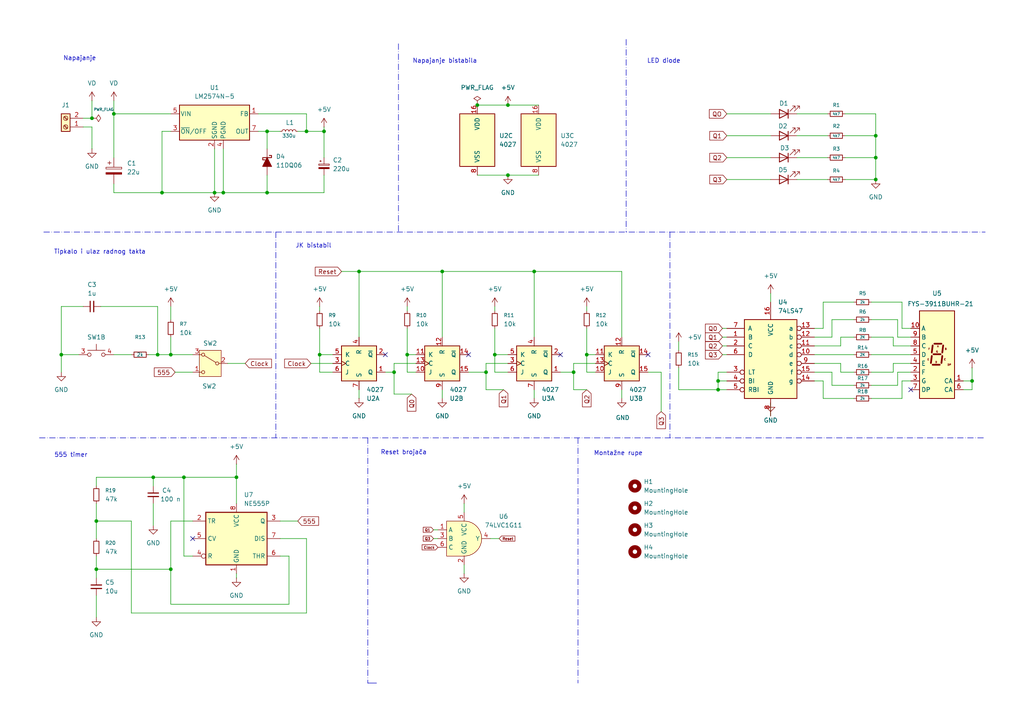
<source format=kicad_sch>
(kicad_sch (version 20250114) (generator "eeschema") (generator_version "9.0")
  (paper "A4")
  (title_block (title "BCD brojač") (rev "0") (company "TVZ - Tehničko veleučilište u Zagrebu") (comment 1 "izradio: Ivan Brajković"))
  (text "Montažne rupe" (at 179.324 131.572 0) (effects (font (size 1.27 1.27))))
  (text "Tipkalo i ulaz radnog takta" (at 28.956 73.152 0) (effects (font (size 1.27 1.27))))
  (text "Napajanje bistabila" (at 129.032 17.78 0) (effects (font (size 1.27 1.27))))
  (text "LED diode" (at 192.532 17.78 0) (effects (font (size 1.27 1.27))))
  (text "Reset brojača" (at 117.094 131.318 0) (effects (font (size 1.27 1.27))))
  (text "JK bistabil" (at 90.932 71.374 0) (effects (font (size 1.27 1.27))))
  (text "Napajanje" (at 23.114 17.018 0) (effects (font (size 1.27 1.27))))
  (text "555 timer" (at 20.574 132.08 0) (effects (font (size 1.27 1.27))))
  (junction (at 33.02 33.02))
  (junction (at 49.53 102.87))
  (junction (at 140.97 107.95))
  (junction (at 147.32 30.48))
  (junction (at 254 52.07))
  (junction (at 281.94 110.49))
  (junction (at 53.34 138.43))
  (junction (at 88.9 38.1))
  (junction (at 208.28 110.49))
  (junction (at 27.94 151.13))
  (junction (at 93.98 38.1))
  (junction (at 77.47 55.88))
  (junction (at 208.28 113.03))
  (junction (at 46.99 55.88))
  (junction (at 254 39.37))
  (junction (at 44.45 138.43))
  (junction (at 138.43 30.48))
  (junction (at 62.23 55.88))
  (junction (at 143.51 102.87))
  (junction (at 92.71 102.87))
  (junction (at 104.14 78.74))
  (junction (at 17.78 102.87))
  (junction (at 128.27 78.74))
  (junction (at 166.37 107.95))
  (junction (at 64.77 55.88))
  (junction (at 26.67 34.29))
  (junction (at 170.18 102.87))
  (junction (at 45.72 102.87))
  (junction (at 114.3 107.95))
  (junction (at 154.94 78.74))
  (junction (at 68.58 138.43))
  (junction (at 77.47 38.1))
  (junction (at 27.94 165.1))
  (junction (at 118.11 102.87))
  (junction (at 147.32 50.8))
  (junction (at 49.53 165.1))
  (junction (at 254 45.72))
  (no_connect (at 187.96 102.87))
  (no_connect (at 135.89 102.87))
  (no_connect (at 264.16 113.03))
  (no_connect (at 111.76 102.87))
  (no_connect (at 55.88 156.21))
  (no_connect (at 162.56 102.87))
  (wire (pts (xy 53.34 138.43) (xy 68.58 138.43)))
  (wire (pts (xy 49.53 97.79) (xy 49.53 102.87)))
  (wire (pts (xy 252.73 115.57) (xy 261.62 115.57)))
  (wire (pts (xy 236.22 97.79) (xy 241.3 97.79)))
  (wire (pts (xy 147.32 30.48) (xy 156.21 30.48)))
  (wire (pts (xy 118.11 102.87) (xy 120.65 102.87)))
  (wire (pts (xy 279.4 110.49) (xy 281.94 110.49)))
  (wire (pts (xy 166.37 105.41) (xy 166.37 107.95)))
  (wire (pts (xy 45.72 102.87) (xy 49.53 102.87)))
  (wire (pts (xy 74.93 38.1) (xy 77.47 38.1)))
  (wire (pts (xy 154.94 78.74) (xy 180.34 78.74)))
  (wire (pts (xy 170.18 102.87) (xy 170.18 107.95)))
  (wire (pts (xy 68.58 134.62) (xy 68.58 138.43)))
  (wire (pts (xy 33.02 102.87) (xy 38.1 102.87)))
  (wire (pts (xy 24.13 88.9) (xy 17.78 88.9)))
  (wire (pts (xy 27.94 140.97) (xy 27.94 138.43)))
  (wire (pts (xy 261.62 110.49) (xy 264.16 110.49)))
  (wire (pts (xy 223.52 120.65) (xy 223.52 116.84)))
  (wire (pts (xy 64.77 55.88) (xy 62.23 55.88)))
  (wire (pts (xy 238.76 87.63) (xy 247.65 87.63)))
  (wire (pts (xy 147.32 107.95) (xy 143.51 107.95)))
  (wire (pts (xy 88.9 177.8) (xy 38.1 177.8)))
  (wire (pts (xy 66.04 105.41) (xy 71.12 105.41)))
  (wire (pts (xy 93.98 38.1) (xy 93.98 45.72)))
  (wire (pts (xy 191.77 107.95) (xy 191.77 119.38)))
  (wire (pts (xy 125.73 156.21) (xy 127 156.21)))
  (wire (pts (xy 138.43 30.48) (xy 147.32 30.48)))
  (wire (pts (xy 81.28 156.21) (xy 88.9 156.21)))
  (wire (pts (xy 259.08 107.95) (xy 259.08 105.41)))
  (wire (pts (xy 68.58 166.37) (xy 68.58 167.64)))
  (wire (pts (xy 260.35 92.71) (xy 260.35 97.79)))
  (wire (pts (xy 241.3 92.71) (xy 241.3 97.79)))
  (wire (pts (xy 27.94 138.43) (xy 44.45 138.43)))
  (wire (pts (xy 90.17 105.41) (xy 96.52 105.41)))
  (wire (pts (xy 77.47 38.1) (xy 81.28 38.1)))
  (wire (pts (xy 254 45.72) (xy 254 52.07)))
  (wire (pts (xy 147.32 50.8) (xy 156.21 50.8)))
  (wire (pts (xy 49.53 151.13) (xy 49.53 165.1)))
  (wire (pts (xy 260.35 107.95) (xy 264.16 107.95)))
  (wire (pts (xy 231.14 33.02) (xy 240.03 33.02)))
  (wire (pts (xy 252.73 92.71) (xy 260.35 92.71)))
  (wire (pts (xy 170.18 95.25) (xy 170.18 102.87)))
  (wire (pts (xy 236.22 100.33) (xy 243.84 100.33)))
  (wire (pts (xy 99.06 78.74) (xy 104.14 78.74)))
  (wire (pts (xy 209.55 95.25) (xy 210.82 95.25)))
  (wire (pts (xy 191.77 107.95) (xy 187.96 107.95)))
  (wire (pts (xy 50.8 107.95) (xy 55.88 107.95)))
  (wire (pts (xy 128.27 115.57) (xy 128.27 113.03)))
  (wire (pts (xy 96.52 102.87) (xy 92.71 102.87)))
  (wire (pts (xy 209.55 97.79) (xy 210.82 97.79)))
  (wire (pts (xy 86.36 38.1) (xy 88.9 38.1)))
  (wire (pts (xy 143.51 95.25) (xy 143.51 102.87)))
  (wire (pts (xy 279.4 113.03) (xy 281.94 113.03)))
  (wire (pts (xy 49.53 38.1) (xy 46.99 38.1)))
  (wire (pts (xy 140.97 107.95) (xy 140.97 113.03)))
  (wire (pts (xy 154.94 78.74) (xy 154.94 97.79)))
  (wire (pts (xy 208.28 113.03) (xy 196.85 113.03)))
  (wire (pts (xy 120.65 107.95) (xy 118.11 107.95)))
  (wire (pts (xy 46.99 55.88) (xy 62.23 55.88)))
  (wire (pts (xy 147.32 102.87) (xy 143.51 102.87)))
  (wire (pts (xy 231.14 45.72) (xy 240.03 45.72)))
  (wire (pts (xy 33.02 33.02) (xy 33.02 45.72)))
  (wire (pts (xy 245.11 39.37) (xy 254 39.37)))
  (wire (pts (xy 38.1 177.8) (xy 38.1 151.13)))
  (wire (pts (xy 128.27 78.74) (xy 128.27 97.79)))
  (polyline (pts (xy 106.68 198.12) (xy 109.22 198.12)))
  (wire (pts (xy 254 33.02) (xy 254 39.37)))
  (polyline (pts (xy 115.57 12.7) (xy 115.57 67.31)) (stroke (width 0) (type dash_dot)))
  (wire (pts (xy 260.35 111.76) (xy 260.35 107.95)))
  (wire (pts (xy 259.08 105.41) (xy 264.16 105.41)))
  (wire (pts (xy 92.71 102.87) (xy 92.71 107.95)))
  (wire (pts (xy 170.18 88.9) (xy 170.18 90.17)))
  (wire (pts (xy 180.34 78.74) (xy 180.34 97.79)))
  (wire (pts (xy 238.76 95.25) (xy 238.76 87.63)))
  (wire (pts (xy 92.71 88.9) (xy 92.71 90.17)))
  (wire (pts (xy 134.62 146.05) (xy 134.62 148.59)))
  (wire (pts (xy 144.78 156.21) (xy 142.24 156.21)))
  (wire (pts (xy 81.28 151.13) (xy 86.36 151.13)))
  (wire (pts (xy 83.82 175.26) (xy 49.53 175.26)))
  (wire (pts (xy 166.37 113.03) (xy 170.18 113.03)))
  (wire (pts (xy 55.88 161.29) (xy 53.34 161.29)))
  (wire (pts (xy 93.98 36.83) (xy 93.98 38.1)))
  (wire (pts (xy 172.72 107.95) (xy 170.18 107.95)))
  (wire (pts (xy 247.65 92.71) (xy 241.3 92.71)))
  (wire (pts (xy 243.84 105.41) (xy 243.84 107.95)))
  (wire (pts (xy 259.08 97.79) (xy 259.08 100.33)))
  (wire (pts (xy 49.53 88.9) (xy 49.53 92.71)))
  (wire (pts (xy 33.02 53.34) (xy 33.02 55.88)))
  (wire (pts (xy 83.82 161.29) (xy 83.82 175.26)))
  (wire (pts (xy 17.78 102.87) (xy 17.78 107.95)))
  (wire (pts (xy 196.85 99.06) (xy 196.85 101.6)))
  (polyline (pts (xy 167.64 127) (xy 167.64 198.12)) (stroke (width 0) (type dash_dot)))
  (wire (pts (xy 261.62 87.63) (xy 261.62 95.25)))
  (wire (pts (xy 143.51 102.87) (xy 143.51 107.95)))
  (wire (pts (xy 238.76 110.49) (xy 238.76 115.57)))
  (wire (pts (xy 166.37 107.95) (xy 166.37 113.03)))
  (wire (pts (xy 104.14 78.74) (xy 128.27 78.74)))
  (wire (pts (xy 135.89 107.95) (xy 140.97 107.95)))
  (wire (pts (xy 118.11 95.25) (xy 118.11 102.87)))
  (wire (pts (xy 33.02 55.88) (xy 46.99 55.88)))
  (wire (pts (xy 210.82 39.37) (xy 223.52 39.37)))
  (wire (pts (xy 245.11 45.72) (xy 254 45.72)))
  (wire (pts (xy 27.94 165.1) (xy 27.94 167.64)))
  (wire (pts (xy 92.71 95.25) (xy 92.71 102.87)))
  (wire (pts (xy 140.97 105.41) (xy 140.97 107.95)))
  (wire (pts (xy 147.32 105.41) (xy 140.97 105.41)))
  (wire (pts (xy 252.73 107.95) (xy 259.08 107.95)))
  (wire (pts (xy 114.3 105.41) (xy 114.3 107.95)))
  (wire (pts (xy 143.51 88.9) (xy 143.51 90.17)))
  (wire (pts (xy 245.11 33.02) (xy 254 33.02)))
  (wire (pts (xy 236.22 105.41) (xy 243.84 105.41)))
  (wire (pts (xy 196.85 106.68) (xy 196.85 113.03)))
  (wire (pts (xy 104.14 97.79) (xy 104.14 78.74)))
  (wire (pts (xy 208.28 107.95) (xy 208.28 110.49)))
  (wire (pts (xy 209.55 100.33) (xy 210.82 100.33)))
  (wire (pts (xy 261.62 95.25) (xy 264.16 95.25)))
  (wire (pts (xy 26.67 29.21) (xy 26.67 34.29)))
  (wire (pts (xy 281.94 106.68) (xy 281.94 110.49)))
  (wire (pts (xy 243.84 97.79) (xy 247.65 97.79)))
  (wire (pts (xy 45.72 88.9) (xy 45.72 102.87)))
  (wire (pts (xy 118.11 107.95) (xy 118.11 102.87)))
  (wire (pts (xy 74.93 33.02) (xy 88.9 33.02)))
  (wire (pts (xy 172.72 105.41) (xy 166.37 105.41)))
  (wire (pts (xy 260.35 97.79) (xy 264.16 97.79)))
  (wire (pts (xy 81.28 161.29) (xy 83.82 161.29)))
  (wire (pts (xy 77.47 38.1) (xy 77.47 43.18)))
  (wire (pts (xy 27.94 172.72) (xy 27.94 179.07)))
  (wire (pts (xy 64.77 43.18) (xy 64.77 55.88)))
  (wire (pts (xy 243.84 107.95) (xy 247.65 107.95)))
  (wire (pts (xy 125.73 153.67) (xy 127 153.67)))
  (wire (pts (xy 49.53 175.26) (xy 49.53 165.1)))
  (polyline (pts (xy 11.43 127) (xy 285.75 127)) (stroke (width 0) (type dash_dot)))
  (wire (pts (xy 68.58 138.43) (xy 68.58 146.05)))
  (wire (pts (xy 27.94 165.1) (xy 49.53 165.1)))
  (polyline (pts (xy 194.31 67.31) (xy 194.31 127)) (stroke (width 0) (type dash_dot)))
  (wire (pts (xy 172.72 102.87) (xy 170.18 102.87)))
  (wire (pts (xy 120.65 105.41) (xy 114.3 105.41)))
  (wire (pts (xy 236.22 102.87) (xy 247.65 102.87)))
  (wire (pts (xy 33.02 29.21) (xy 33.02 33.02)))
  (wire (pts (xy 210.82 45.72) (xy 223.52 45.72)))
  (wire (pts (xy 96.52 107.95) (xy 92.71 107.95)))
  (polyline (pts (xy 80.01 67.31) (xy 80.01 127)) (stroke (width 0) (type dash_dot)))
  (wire (pts (xy 93.98 50.8) (xy 93.98 55.88)))
  (wire (pts (xy 29.21 88.9) (xy 45.72 88.9)))
  (wire (pts (xy 231.14 52.07) (xy 240.03 52.07)))
  (wire (pts (xy 114.3 114.3) (xy 119.38 114.3)))
  (wire (pts (xy 53.34 138.43) (xy 53.34 161.29)))
  (wire (pts (xy 243.84 100.33) (xy 243.84 97.79)))
  (wire (pts (xy 134.62 166.37) (xy 134.62 163.83)))
  (wire (pts (xy 26.67 36.83) (xy 26.67 43.18)))
  (wire (pts (xy 118.11 88.9) (xy 118.11 90.17)))
  (wire (pts (xy 252.73 102.87) (xy 264.16 102.87)))
  (wire (pts (xy 252.73 111.76) (xy 260.35 111.76)))
  (wire (pts (xy 231.14 39.37) (xy 240.03 39.37)))
  (wire (pts (xy 43.18 102.87) (xy 45.72 102.87)))
  (wire (pts (xy 236.22 110.49) (xy 238.76 110.49)))
  (wire (pts (xy 154.94 115.57) (xy 154.94 113.03)))
  (wire (pts (xy 46.99 38.1) (xy 46.99 55.88)))
  (wire (pts (xy 138.43 50.8) (xy 147.32 50.8)))
  (wire (pts (xy 210.82 107.95) (xy 208.28 107.95)))
  (polyline (pts (xy 12.7 67.31) (xy 285.75 67.31)) (stroke (width 0) (type dash_dot)))
  (polyline (pts (xy 181.61 11.43) (xy 181.61 67.31)) (stroke (width 0) (type dash_dot)))
  (wire (pts (xy 162.56 107.95) (xy 166.37 107.95)))
  (wire (pts (xy 281.94 110.49) (xy 281.94 113.03)))
  (wire (pts (xy 55.88 151.13) (xy 49.53 151.13)))
  (wire (pts (xy 77.47 55.88) (xy 64.77 55.88)))
  (wire (pts (xy 209.55 102.87) (xy 210.82 102.87)))
  (wire (pts (xy 210.82 110.49) (xy 208.28 110.49)))
  (wire (pts (xy 140.97 113.03) (xy 146.05 113.03)))
  (wire (pts (xy 259.08 100.33) (xy 264.16 100.33)))
  (wire (pts (xy 104.14 115.57) (xy 104.14 113.03)))
  (wire (pts (xy 38.1 151.13) (xy 27.94 151.13)))
  (wire (pts (xy 238.76 115.57) (xy 247.65 115.57)))
  (wire (pts (xy 88.9 33.02) (xy 88.9 38.1)))
  (wire (pts (xy 24.13 34.29) (xy 26.67 34.29)))
  (wire (pts (xy 44.45 146.05) (xy 44.45 152.4)))
  (wire (pts (xy 77.47 50.8) (xy 77.47 55.88)))
  (wire (pts (xy 241.3 111.76) (xy 247.65 111.76)))
  (wire (pts (xy 111.76 107.95) (xy 114.3 107.95)))
  (wire (pts (xy 236.22 95.25) (xy 238.76 95.25)))
  (wire (pts (xy 44.45 140.97) (xy 44.45 138.43)))
  (polyline (pts (xy 106.68 127) (xy 106.68 198.12)) (stroke (width 0) (type dash_dot)))
  (wire (pts (xy 252.73 97.79) (xy 259.08 97.79)))
  (wire (pts (xy 210.82 52.07) (xy 223.52 52.07)))
  (wire (pts (xy 88.9 38.1) (xy 93.98 38.1)))
  (wire (pts (xy 128.27 78.74) (xy 154.94 78.74)))
  (wire (pts (xy 93.98 55.88) (xy 77.47 55.88)))
  (wire (pts (xy 17.78 88.9) (xy 17.78 102.87)))
  (wire (pts (xy 114.3 107.95) (xy 114.3 114.3)))
  (wire (pts (xy 22.86 102.87) (xy 17.78 102.87)))
  (wire (pts (xy 210.82 33.02) (xy 223.52 33.02)))
  (wire (pts (xy 245.11 52.07) (xy 254 52.07)))
  (wire (pts (xy 27.94 146.05) (xy 27.94 151.13)))
  (wire (pts (xy 261.62 115.57) (xy 261.62 110.49)))
  (wire (pts (xy 49.53 102.87) (xy 55.88 102.87)))
  (wire (pts (xy 62.23 43.18) (xy 62.23 55.88)))
  (wire (pts (xy 208.28 110.49) (xy 208.28 113.03)))
  (wire (pts (xy 24.13 36.83) (xy 26.67 36.83)))
  (wire (pts (xy 223.52 85.09) (xy 223.52 87.63)))
  (wire (pts (xy 44.45 138.43) (xy 53.34 138.43)))
  (wire (pts (xy 88.9 156.21) (xy 88.9 177.8)))
  (wire (pts (xy 180.34 115.57) (xy 180.34 113.03)))
  (wire (pts (xy 254 39.37) (xy 254 45.72)))
  (wire (pts (xy 27.94 151.13) (xy 27.94 156.21)))
  (wire (pts (xy 210.82 113.03) (xy 208.28 113.03)))
  (wire (pts (xy 27.94 161.29) (xy 27.94 165.1)))
  (wire (pts (xy 236.22 107.95) (xy 241.3 107.95)))
  (wire (pts (xy 241.3 107.95) (xy 241.3 111.76)))
  (wire (pts (xy 49.53 33.02) (xy 33.02 33.02)))
  (wire (pts (xy 252.73 87.63) (xy 261.62 87.63)))
  (global_label "QO" (shape input) (at 210.82 33.02 180) (property "Intersheetrefs" "${INTERSHEET_REFS}" (effects (hide yes))))
  (global_label "Q0" (shape input) (at 209.55 95.25 180) (property "Intersheetrefs" "${INTERSHEET_REFS}" (effects (hide yes))))
  (global_label "Q2" (shape input) (at 170.18 113.03 270) (property "Intersheetrefs" "${INTERSHEET_REFS}" (effects (hide yes))))
  (global_label "Q3" (shape input) (at 209.55 102.87 180) (property "Intersheetrefs" "${INTERSHEET_REFS}" (effects (hide yes))))
  (global_label "Q1" (shape input) (at 209.55 97.79 180) (property "Intersheetrefs" "${INTERSHEET_REFS}" (effects (hide yes))))
  (global_label "Clock" (shape input) (at 71.12 105.41 0) (property "Intersheetrefs" "${INTERSHEET_REFS}" (effects (hide yes))))
  (global_label "Q0" (shape input) (at 119.38 114.3 270) (property "Intersheetrefs" "${INTERSHEET_REFS}" (effects (hide yes))))
  (global_label "Q1" (shape input) (at 125.73 153.67 180) (effects (font (size 0.762 0.762))) (property "Intersheetrefs" "${INTERSHEET_REFS}" (effects (hide yes))))
  (global_label "Q3" (shape input) (at 210.82 52.07 180) (property "Intersheetrefs" "${INTERSHEET_REFS}" (effects (hide yes))))
  (global_label "Q2" (shape input) (at 210.82 45.72 180) (property "Intersheetrefs" "${INTERSHEET_REFS}" (effects (hide yes))))
  (global_label "555" (shape input) (at 86.36 151.13 0) (property "Intersheetrefs" "${INTERSHEET_REFS}" (effects (hide yes))))
  (global_label "Q3" (shape input) (at 125.73 156.21 180) (effects (font (size 0.762 0.762))) (property "Intersheetrefs" "${INTERSHEET_REFS}" (effects (hide yes))))
  (global_label "Reset" (shape input) (at 144.78 156.21 0) (effects (font (size 0.762 0.762))) (property "Intersheetrefs" "${INTERSHEET_REFS}" (effects (hide yes))))
  (global_label "Q1" (shape input) (at 210.82 39.37 180) (property "Intersheetrefs" "${INTERSHEET_REFS}" (effects (hide yes))))
  (global_label "555" (shape input) (at 50.8 107.95 180) (property "Intersheetrefs" "${INTERSHEET_REFS}" (effects (hide yes))))
  (global_label "Q3" (shape input) (at 191.77 119.38 270) (property "Intersheetrefs" "${INTERSHEET_REFS}" (effects (hide yes))))
  (global_label "Q1" (shape input) (at 146.05 113.03 270) (property "Intersheetrefs" "${INTERSHEET_REFS}" (effects (hide yes))))
  (global_label "Clock" (shape input) (at 127 158.75 180) (effects (font (size 0.762 0.762))) (property "Intersheetrefs" "${INTERSHEET_REFS}" (effects (hide yes))))
  (global_label "Reset" (shape input) (at 99.06 78.74 180) (property "Intersheetrefs" "${INTERSHEET_REFS}" (effects (hide yes))))
  (global_label "Q2" (shape input) (at 209.55 100.33 180) (property "Intersheetrefs" "${INTERSHEET_REFS}" (effects (hide yes))))
  (global_label "Clock" (shape input) (at 90.17 105.41 180) (property "Intersheetrefs" "${INTERSHEET_REFS}" (effects (hide yes))))
  (symbol (lib_id "Device:R_Small") (at 242.57 33.02 90) (unit 1)
    (property "Reference" "R1" (at 242.57 30.48 90) (effects (font (size 1.016 1.016))))
    (property "Value" "4k7" (at 242.57 33.02 90) (effects (font (size 0.762 0.762))))
    (property "Footprint" "Resistor_THT:R_Axial_DIN0207_L6.3mm_D2.5mm_P10.16mm_Horizontal" (effects (hide yes)))
    (property "Description" "Resistor, small symbol" (effects (hide yes)))
  )
  (symbol (lib_id "Device:R_Small") (at 242.57 45.72 90) (unit 1)
    (property "Reference" "R3" (at 242.57 43.18 90) (effects (font (size 1.016 1.016))))
    (property "Value" "4k7" (at 242.57 45.72 90) (effects (font (size 0.762 0.762))))
    (property "Footprint" "Resistor_THT:R_Axial_DIN0207_L6.3mm_D2.5mm_P10.16mm_Horizontal" (effects (hide yes)))
    (property "Description" "Resistor, small symbol" (effects (hide yes)))
  )
  (symbol (lib_id "power:VD") (at 33.02 29.21 0) (unit 1)
    (property "Reference" "#PWR09" (effects (hide yes)))
    (property "Value" "VD" (at 33.02 24.13 0))
    (property "Description" "Power symbol creates a global label with name \"VD\"" (effects (hide yes)))
  )
  (symbol (lib_id "Connector:Screw_Terminal_01x02") (at 19.05 36.83 180) (unit 1)
    (property "Reference" "J1" (at 19.05 30.48 0))
    (property "Value" "Screw_Terminal_01x02" (effects (hide yes)))
    (property "Footprint" "TerminalBlock_MetzConnect:TerminalBlock_MetzConnect_Type011_RT05502HBLC_1x02_P5.00mm_Horizontal" (effects (hide yes)))
    (property "Description" "Generic screw terminal, single row, 01x02, script generated (kicad-library-utils/schlib/autogen/connector/)" (effects (hide yes)))
    (property "Manufacturer" "DEGSON ELECTRONICS" (effects (hide yes)))
    (property "Manufacturer part nuber" "DG301-5.0-02P-12-00A(H)" (effects (hide yes)))
  )
  (symbol (lib_id "Device:R_Small") (at 40.64 102.87 90) (unit 1)
    (property "Reference" "R13" (at 40.64 97.79 90) (effects (font (size 1.016 1.016))))
    (property "Value" "2k" (at 40.64 102.87 90) (effects (font (size 1.016 1.016))))
    (property "Footprint" "Resistor_SMD:R_1206_3216Metric_Pad1.30x1.75mm_HandSolder" (effects (hide yes)))
    (property "Description" "Resistor, small symbol" (effects (hide yes)))
    (property "Manufacturer" "ROYALOHM" (effects (hide yes)))
    (property "Manufacturer part number" "1206S4F2001T5E" (effects (hide yes)))
  )
  (symbol (lib_id "power:GND") (at 26.67 43.18 0) (unit 1)
    (property "Reference" "#PWR013" (effects (hide yes)))
    (property "Value" "GND" (at 26.67 48.26 0))
    (property "Description" "Power symbol creates a global label with name \"GND\" , ground" (effects (hide yes)))
  )
  (symbol (lib_id "Device:R_Small") (at 143.51 92.71 0) (unit 1)
    (property "Reference" "R11" (at 146.05 91.4399 0) (effects (font (size 1.016 1.016)) (justify left)))
    (property "Value" "10k" (at 146.05 93.9799 0) (effects (justify left)))
    (property "Footprint" "Resistor_SMD:R_1206_3216Metric_Pad1.30x1.75mm_HandSolder" (effects (hide yes)))
    (property "Description" "Resistor, small symbol" (effects (hide yes)))
  )
  (symbol (lib_id "Device:LED") (at 227.33 52.07 180) (unit 1)
    (property "Reference" "D5" (at 227.076 49.276 0))
    (property "Value" "LED" (effects (hide yes)))
    (property "Footprint" "LED_THT:LED_D5.0mm" (effects (hide yes)))
    (property "Description" "Light emitting diode" (effects (hide yes)))
    (property "Sim.Pins" "1=K 2=A" (effects (hide yes)))
  )
  (symbol (lib_id "Device:D_Schottky_Filled") (at 77.47 46.99 270) (unit 1)
    (property "Reference" "D4" (at 80.01 45.4024 90) (effects (justify left)))
    (property "Value" "11DQ06" (at 80.01 47.9424 90) (effects (justify left)))
    (property "Footprint" "Diode_THT:D_DO-41_SOD81_P12.70mm_Horizontal" (effects (hide yes)))
    (property "Description" "Schottky diode, filled shape" (effects (hide yes)))
    (property "Manufacturer" "SMC DIODE SOLUTIONS" (effects (hide yes)))
    (property "Manufacturer part number" "11DQ06TA" (effects (hide yes)))
  )
  (symbol (lib_id "4xxx:4027") (at 154.94 105.41 0) (mirror x) (unit 1)
    (property "Reference" "U3" (at 157.0833 115.57 0) (effects (justify left)))
    (property "Value" "4027" (at 157.0833 113.03 0) (effects (justify left)))
    (property "Footprint" "Package_DIP:DIP-16_W7.62mm_Socket_LongPads" (effects (hide yes)))
    (property "Datasheet" "http://www.intersil.com/content/dam/Intersil/documents/cd40/cd4027bms.pdf" (effects (hide yes)))
    (property "Description" "Dual JK FlipFlop, set & reset" (effects (hide yes)))
    (property "Manufacturer" "RENESAS" (effects (hide yes)))
    (property "Manufacturer part nmber" "CD4027BMS" (effects (hide yes)))
  )
  (symbol (lib_id "power:PWR_FLAG") (at 138.43 30.48 0) (unit 1)
    (property "Reference" "#FLG01" (effects (hide yes)))
    (property "Value" "PWR_FLAG" (at 138.43 25.4 0))
    (property "Description" "Special symbol for telling ERC where power comes from" (effects (hide yes)))
  )
  (symbol (lib_id "Device:LED") (at 227.33 33.02 180) (unit 1)
    (property "Reference" "D1" (at 227.33 29.972 0))
    (property "Value" "LED" (effects (hide yes)))
    (property "Footprint" "LED_THT:LED_D5.0mm" (effects (hide yes)))
    (property "Description" "Light emitting diode" (effects (hide yes)))
    (property "Sim.Pins" "1=K 2=A" (effects (hide yes)))
  )
  (symbol (lib_id "Mechanical:MountingHole") (at 184.15 153.67 0) (unit 1) (in_bom no)
    (property "Reference" "H3" (at 186.69 152.3999 0) (effects (justify left)))
    (property "Value" "MountingHole" (at 186.69 154.9399 0) (effects (justify left)))
    (property "Footprint" "MountingHole:MountingHole_5.5mm" (effects (hide yes)))
    (property "Description" "Mounting Hole without connection" (effects (hide yes)))
  )
  (symbol (lib_id "power:+5V") (at 143.51 88.9 0) (unit 1)
    (property "Reference" "#PWR018" (effects (hide yes)))
    (property "Value" "+5V" (at 143.51 83.82 0))
    (property "Description" "Power symbol creates a global label with name \"+5V\"" (effects (hide yes)))
  )
  (symbol (lib_id "power:GND") (at 104.14 115.57 0) (unit 1)
    (property "Reference" "#PWR016" (effects (hide yes)))
    (property "Value" "GND" (at 104.14 120.65 0))
    (property "Description" "Power symbol creates a global label with name \"GND\" , ground" (effects (hide yes)))
  )
  (symbol (lib_id "power:+5V") (at 281.94 106.68 0) (unit 1)
    (property "Reference" "#PWR024" (effects (hide yes)))
    (property "Value" "+5V" (at 281.94 101.6 0))
    (property "Description" "Power symbol creates a global label with name \"+5V\"" (effects (hide yes)))
  )
  (symbol (lib_id "Device:R_Small") (at 250.19 102.87 90) (unit 1)
    (property "Reference" "R14" (at 250.19 100.838 90) (effects (font (size 1.016 1.016))))
    (property "Value" "2K" (at 250.19 102.87 90) (effects (font (size 0.762 0.762))))
    (property "Footprint" "Resistor_SMD:R_1206_3216Metric_Pad1.30x1.75mm_HandSolder" (effects (hide yes)))
    (property "Description" "Resistor, small symbol" (effects (hide yes)))
    (property "Manufacturer" "ROYALOHM" (effects (hide yes)))
    (property "Manufacturer part number" "1206S4F2001T5E" (effects (hide yes)))
  )
  (symbol (lib_id "power:GND") (at 134.62 166.37 0) (unit 1)
    (property "Reference" "#PWR02" (effects (hide yes)))
    (property "Value" "GND" (at 134.62 171.45 0))
    (property "Description" "Power symbol creates a global label with name \"GND\" , ground" (effects (hide yes)))
  )
  (symbol (lib_id "4xxx:4027") (at 180.34 105.41 0) (mirror x) (unit 2)
    (property "Reference" "U3" (at 182.4833 115.57 0) (effects (justify left)))
    (property "Value" "4027" (at 182.4833 113.03 0) (effects (justify left)))
    (property "Footprint" "Package_DIP:DIP-16_W7.62mm_Socket_LongPads" (effects (hide yes)))
    (property "Datasheet" "http://www.intersil.com/content/dam/Intersil/documents/cd40/cd4027bms.pdf" (effects (hide yes)))
    (property "Description" "Dual JK FlipFlop, set & reset" (effects (hide yes)))
    (property "Manufacturer" "RENESAS" (effects (hide yes)))
    (property "Manufacturer part nmber" "CD4027BMS" (effects (hide yes)))
  )
  (symbol (lib_id "power:GND") (at 68.58 167.64 0) (unit 1)
    (property "Reference" "#PWR06" (effects (hide yes)))
    (property "Value" "GND" (at 68.58 172.72 0))
    (property "Description" "Power symbol creates a global label with name \"GND\" , ground" (effects (hide yes)))
  )
  (symbol (lib_id "power:+5V") (at 118.11 88.9 0) (unit 1)
    (property "Reference" "#PWR017" (effects (hide yes)))
    (property "Value" "+5V" (at 118.11 83.82 0))
    (property "Description" "Power symbol creates a global label with name \"+5V\"" (effects (hide yes)))
  )
  (symbol (lib_id "power:+5V") (at 147.32 30.48 0) (unit 1)
    (property "Reference" "#PWR028" (effects (hide yes)))
    (property "Value" "+5V" (at 147.32 25.4 0))
    (property "Description" "Power symbol creates a global label with name \"+5V\"" (effects (hide yes)))
  )
  (symbol (lib_id "power:GND") (at 254 52.07 0) (unit 1)
    (property "Reference" "#PWR014" (effects (hide yes)))
    (property "Value" "GND" (at 254 57.15 0))
    (property "Description" "Power symbol creates a global label with name \"GND\" , ground" (effects (hide yes)))
  )
  (symbol (lib_id "Device:C_Polarized") (at 33.02 49.53 0) (unit 1)
    (property "Reference" "C1" (at 36.83 47.3709 0) (effects (justify left)))
    (property "Value" "22u" (at 36.83 49.9109 0) (effects (justify left)))
    (property "Footprint" "Capacitor_THT:CP_Radial_D5.0mm_P2.00mm" (effects (hide yes)))
    (property "Description" "Polarized capacitor" (effects (hide yes)))
    (property "Manufacturer" "AISHI" (effects (hide yes)))
    (property "Field6Manufacturer part number" "EWH1EM220D11OT" (effects (hide yes)))
  )
  (symbol (lib_id "power:+5V") (at 223.52 85.09 0) (unit 1)
    (property "Reference" "#PWR025" (effects (hide yes)))
    (property "Value" "+5V" (at 223.52 80.01 0))
    (property "Description" "Power symbol creates a global label with name \"+5V\"" (effects (hide yes)))
  )
  (symbol (lib_id "Device:R_Small") (at 170.18 92.71 0) (unit 1)
    (property "Reference" "R12" (at 172.72 91.4399 0) (effects (font (size 1.016 1.016)) (justify left)))
    (property "Value" "10k" (at 172.72 93.9799 0) (effects (justify left)))
    (property "Footprint" "Resistor_SMD:R_1206_3216Metric_Pad1.30x1.75mm_HandSolder" (effects (hide yes)))
    (property "Description" "Resistor, small symbol" (effects (hide yes)))
  )
  (symbol (lib_id "SN74LVC1G11:SN74LVC1G11") (at 134.62 156.21 0) (unit 1)
    (property "Reference" "U6" (at 146.05 149.7898 0))
    (property "Value" "74LVC1G11" (at 146.05 152.3298 0))
    (property "Footprint" "Package_TO_SOT_SMD:SOT-23-6" (effects (hide yes)))
    (property "Manufacturer" "TEXAS INSTRUMENTS" (effects (hide yes)))
    (property "Manufacturer part number" "SN74LVC1G11DBVR" (effects (hide yes)))
  )
  (symbol (lib_id "Switch:SW_Push_Dual_x2") (at 27.94 102.87 0) (unit 2)
    (property "Reference" "SW1" (at 27.94 97.79 0))
    (property "Value" "SW_Push_Dual_x2" (effects (hide yes)))
    (property "Footprint" "Button_Switch_THT:SW_PUSH_6mm_H4.3mm" (effects (hide yes)))
    (property "Description" "Push button switch, generic, separate symbols, four pins" (effects (hide yes)))
    (property "Manufacturer " "microswitch TACT" (effects (hide yes)))
    (property "Manufacturer part number" "TACT-64N-F" (effects (hide yes)))
  )
  (symbol (lib_id "power:+5V") (at 68.58 134.62 0) (unit 1)
    (property "Reference" "#PWR03" (effects (hide yes)))
    (property "Value" "+5V" (at 68.58 129.54 0))
    (property "Description" "Power symbol creates a global label with name \"+5V\"" (effects (hide yes)))
  )
  (symbol (lib_id "power:+5V") (at 92.71 88.9 0) (unit 1)
    (property "Reference" "#PWR015" (effects (hide yes)))
    (property "Value" "+5V" (at 92.71 83.82 0))
    (property "Description" "Power symbol creates a global label with name \"+5V\"" (effects (hide yes)))
  )
  (symbol (lib_id "Device:LED") (at 227.33 39.37 180) (unit 1)
    (property "Reference" "D2" (at 227.076 36.576 0))
    (property "Value" "LED" (effects (hide yes)))
    (property "Footprint" "LED_THT:LED_D5.0mm" (effects (hide yes)))
    (property "Description" "Light emitting diode" (effects (hide yes)))
    (property "Sim.Pins" "1=K 2=A" (effects (hide yes)))
  )
  (symbol (lib_id "Device:R_Small") (at 242.57 52.07 90) (unit 1)
    (property "Reference" "R4" (at 242.57 49.53 90) (effects (font (size 1.016 1.016))))
    (property "Value" "4k7" (at 242.57 52.07 90) (effects (font (size 0.762 0.762))))
    (property "Footprint" "Resistor_THT:R_Axial_DIN0207_L6.3mm_D2.5mm_P10.16mm_Horizontal" (effects (hide yes)))
    (property "Description" "Resistor, small symbol" (effects (hide yes)))
  )
  (symbol (lib_id "4xxx:4027") (at 104.14 105.41 0) (mirror x) (unit 1)
    (property "Reference" "U2" (at 106.2833 115.57 0) (effects (justify left)))
    (property "Value" "4027" (at 106.2833 113.03 0) (effects (justify left)))
    (property "Footprint" "Package_DIP:DIP-16_W7.62mm_Socket_LongPads" (effects (hide yes)))
    (property "Datasheet" "http://www.intersil.com/content/dam/Intersil/documents/cd40/cd4027bms.pdf" (effects (hide yes)))
    (property "Description" "Dual JK FlipFlop, set & reset" (effects (hide yes)))
    (property "Manufacturer" "RENESAS" (effects (hide yes)))
    (property "Manufacturer part number" "CD4027BMS" (effects (hide yes)))
  )
  (symbol (lib_id "4xxx:4027") (at 156.21 40.64 0) (unit 3)
    (property "Reference" "U3" (at 162.56 39.3699 0) (effects (justify left)))
    (property "Value" "4027" (at 162.56 41.9099 0) (effects (justify left)))
    (property "Footprint" "Package_DIP:DIP-16_W7.62mm_Socket_LongPads" (effects (hide yes)))
    (property "Datasheet" "http://www.intersil.com/content/dam/Intersil/documents/cd40/cd4027bms.pdf" (effects (hide yes)))
    (property "Description" "Dual JK FlipFlop, set & reset" (effects (hide yes)))
    (property "Manufacturer" "RENESAS" (effects (hide yes)))
    (property "Manufacturer part nmber" "CD4027BMS" (effects (hide yes)))
  )
  (symbol (lib_id "Device:L_Small") (at 83.82 38.1 90) (unit 1)
    (property "Reference" "L1" (at 84.074 35.56 90))
    (property "Value" "330u" (at 83.82 39.37 90) (effects (font (size 1.016 1.016))))
    (property "Footprint" "Inductor_THT:L_Radial_D7.2mm_P3.00mm_Murata_1700" (effects (hide yes)))
    (property "Description" "Inductor, small symbol" (effects (hide yes)))
    (property "Manufacturer" "FERROCORE" (effects (hide yes)))
    (property "Manufacturer part number" "COIL0608-0.33" (effects (hide yes)))
  )
  (symbol (lib_id "Device:R_Small") (at 250.19 111.76 90) (unit 1)
    (property "Reference" "R17" (at 250.19 109.728 90) (effects (font (size 1.016 1.016))))
    (property "Value" "2k" (at 250.19 111.76 90) (effects (font (size 0.762 0.762))))
    (property "Footprint" "Resistor_SMD:R_1206_3216Metric_Pad1.30x1.75mm_HandSolder" (effects (hide yes)))
    (property "Description" "Resistor, small symbol" (effects (hide yes)))
    (property "Manufacturer" "ROYALOHM" (effects (hide yes)))
    (property "Manufacturer part number" "1206S4F2001T5E" (effects (hide yes)))
  )
  (symbol (lib_id "Device:C_Small") (at 27.94 170.18 0) (unit 1)
    (property "Reference" "C5" (at 30.48 168.9162 0) (effects (justify left)))
    (property "Value" "10u" (at 30.48 171.4562 0) (effects (justify left)))
    (property "Footprint" "Capacitor_SMD:C_1206_3216Metric_Pad1.33x1.80mm_HandSolder" (effects (hide yes)))
    (property "Description" "Unpolarized capacitor, small symbol" (effects (hide yes)))
    (property "Manufacturer" "SAMSUNG" (effects (hide yes)))
    (property "Manufacturer part umber" "CL31A106KBHNNNE" (effects (hide yes)))
  )
  (symbol (lib_id "Device:R_Small") (at 250.19 115.57 90) (unit 1)
    (property "Reference" "R18" (at 250.19 113.538 90) (effects (font (size 1.016 1.016))))
    (property "Value" "2k" (at 250.19 115.57 90) (effects (font (size 0.762 0.762))))
    (property "Footprint" "Resistor_SMD:R_1206_3216Metric_Pad1.30x1.75mm_HandSolder" (effects (hide yes)))
    (property "Description" "Resistor, small symbol" (effects (hide yes)))
    (property "Manufacturer" "ROYALOHM" (effects (hide yes)))
    (property "Field6" "1206S4F2001T5E" (effects (hide yes)))
  )
  (symbol (lib_id "power:GND") (at 128.27 115.57 0) (unit 1)
    (property "Reference" "#PWR020" (effects (hide yes)))
    (property "Value" "GND" (at 128.27 120.65 0))
    (property "Description" "Power symbol creates a global label with name \"GND\" , ground" (effects (hide yes)))
  )
  (symbol (lib_id "Regulator_Switching:LM2574N-5") (at 62.23 35.56 0) (unit 1)
    (property "Reference" "U1" (at 62.23 25.4 0))
    (property "Value" "LM2574N-5" (at 62.23 27.94 0))
    (property "Footprint" "Package_DIP:DIP-8_W7.62mm" (effects (hide yes)))
    (property "Datasheet" "http://www.national.com/ds/LM/LM2574.pdf" (effects (hide yes)))
    (property "Description" "5V, 0.5A SIMPLE SWITCHER® Step-Down Voltage Regulator, DIP-8" (effects (hide yes)))
    (property "Manufacturer" "ONSEMI" (effects (hide yes)))
    (property "Manufacturer part number" "LM2574N-5G" (effects (hide yes)))
  )
  (symbol (lib_id "Mechanical:MountingHole") (at 184.15 147.32 0) (unit 1) (in_bom no)
    (property "Reference" "H2" (at 186.69 146.0499 0) (effects (justify left)))
    (property "Value" "MountingHole" (at 186.69 148.5899 0) (effects (justify left)))
    (property "Footprint" "MountingHole:MountingHole_5.5mm" (effects (hide yes)))
    (property "Description" "Mounting Hole without connection" (effects (hide yes)))
  )
  (symbol (lib_id "Switch:SW_Nidec_CAS-120A1") (at 60.96 105.41 0) (mirror y) (unit 1)
    (property "Reference" "SW2" (at 60.96 99.568 0))
    (property "Value" "SW2" (at 60.706 112.014 0))
    (property "Footprint" "Button_Switch_SMD:Nidec_Copal_CAS-120A" (effects (hide yes)))
    (property "Datasheet" "https://www.nidec-components.com/e/catalog/switch/cas.pdf" (effects (hide yes)))
    (property "Description" "Switch, single pole double throw" (effects (hide yes)))
    (property "Manufacturer" "C&K" (effects (hide yes)))
    (property "Manufacturer part number" "OS102011MS2QN1C" (effects (hide yes)))
  )
  (symbol (lib_id "power:GND") (at 180.34 115.57 0) (unit 1)
    (property "Reference" "#PWR022" (effects (hide yes)))
    (property "Value" "GND" (at 180.594 121.158 0))
    (property "Description" "Power symbol creates a global label with name \"GND\" , ground" (effects (hide yes)))
  )
  (symbol (lib_id "power:+5V") (at 49.53 88.9 0) (unit 1)
    (property "Reference" "#PWR08" (effects (hide yes)))
    (property "Value" "+5V" (at 49.53 83.82 0))
    (property "Description" "Power symbol creates a global label with name \"+5V\"" (effects (hide yes)))
  )
  (symbol (lib_id "power:GND") (at 62.23 55.88 0) (unit 1)
    (property "Reference" "#PWR010" (effects (hide yes)))
    (property "Value" "GND" (at 62.23 60.96 0))
    (property "Description" "Power symbol creates a global label with name \"GND\" , ground" (effects (hide yes)))
  )
  (symbol (lib_id "4xxx:4027") (at 138.43 40.64 0) (unit 3)
    (property "Reference" "U2" (at 144.78 39.3699 0) (effects (justify left)))
    (property "Value" "4027" (at 144.78 41.9099 0) (effects (justify left)))
    (property "Footprint" "Package_DIP:DIP-16_W7.62mm_Socket_LongPads" (effects (hide yes)))
    (property "Datasheet" "http://www.intersil.com/content/dam/Intersil/documents/cd40/cd4027bms.pdf" (effects (hide yes)))
    (property "Description" "Dual JK FlipFlop, set & reset" (effects (hide yes)))
    (property "Manufacturer" "RENESAS" (effects (hide yes)))
    (property "Manufacturer part number" "CD4027BMS" (effects (hide yes)))
  )
  (symbol (lib_id "power:GND") (at 27.94 179.07 0) (unit 1)
    (property "Reference" "#PWR04" (effects (hide yes)))
    (property "Value" "GND" (at 27.94 184.15 0))
    (property "Description" "Power symbol creates a global label with name \"GND\" , ground" (effects (hide yes)))
  )
  (symbol (lib_id "Display_Character:HDSP-7401") (at 271.78 102.87 0) (unit 1)
    (property "Reference" "U5" (at 271.78 85.09 0))
    (property "Value" "FYS-3911BUHR-21" (at 272.796 88.138 0))
    (property "Footprint" "Display_7Segment:HDSP-7401" (effects (hide yes)))
    (property "Datasheet" "https://docs.broadcom.com/docs/AV02-2553EN" (effects (hide yes)))
    (property "Description" "One digit 7 segment yellow, common anode" (effects (hide yes)))
    (property "Manufacturer" "FORYARD" (effects (hide yes)))
    (property "Manufacturer Part Number" "FYS-3911BUHR-21" (effects (hide yes)))
  )
  (symbol (lib_id "power:+5V") (at 170.18 88.9 0) (unit 1)
    (property "Reference" "#PWR019" (effects (hide yes)))
    (property "Value" "+5V" (at 170.18 83.82 0))
    (property "Description" "Power symbol creates a global label with name \"+5V\"" (effects (hide yes)))
  )
  (symbol (lib_id "Device:R_Small") (at 49.53 95.25 0) (unit 1)
    (property "Reference" "R7" (at 52.07 93.9799 0) (effects (font (size 1.016 1.016)) (justify left)))
    (property "Value" "10k" (at 52.07 96.5199 0) (effects (justify left)))
    (property "Footprint" "Resistor_SMD:R_1206_3216Metric_Pad1.30x1.75mm_HandSolder" (effects (hide yes)))
    (property "Description" "Resistor, small symbol" (effects (hide yes)))
  )
  (symbol (lib_id "power:+5V") (at 93.98 36.83 0) (unit 1)
    (property "Reference" "#PWR011" (effects (hide yes)))
    (property "Value" "+5V" (at 93.98 31.75 0))
    (property "Description" "Power symbol creates a global label with name \"+5V\"" (effects (hide yes)))
  )
  (symbol (lib_id "power:GND") (at 223.52 116.84 0) (unit 1)
    (property "Reference" "#PWR026" (effects (hide yes)))
    (property "Value" "GND" (at 223.52 121.92 0))
    (property "Description" "Power symbol creates a global label with name \"GND\" , ground" (effects (hide yes)))
  )
  (symbol (lib_id "Mechanical:MountingHole") (at 184.15 140.97 0) (unit 1) (in_bom no)
    (property "Reference" "H1" (at 186.69 139.6999 0) (effects (justify left)))
    (property "Value" "MountingHole" (at 186.69 142.2399 0) (effects (justify left)))
    (property "Footprint" "MountingHole:MountingHole_5.5mm" (effects (hide yes)))
    (property "Description" "Mounting Hole without connection" (effects (hide yes)))
  )
  (symbol (lib_id "Device:R_Small") (at 250.19 107.95 90) (unit 1)
    (property "Reference" "R16" (at 250.19 106.172 90) (effects (font (size 1.016 1.016))))
    (property "Value" "2k" (at 250.19 107.95 90) (effects (font (size 0.762 0.762))))
    (property "Footprint" "Resistor_SMD:R_1206_3216Metric_Pad1.30x1.75mm_HandSolder" (effects (hide yes)))
    (property "Description" "Resistor, small symbol" (effects (hide yes)))
    (property "Manufacturer" "ROYALOHM" (effects (hide yes)))
    (property "Manufacturer part number" "1206S4F2001T5E" (effects (hide yes)))
  )
  (symbol (lib_id "Device:R_Small") (at 250.19 92.71 90) (unit 1)
    (property "Reference" "R6" (at 250.19 90.424 90) (effects (font (size 1.016 1.016))))
    (property "Value" "2k" (at 250.19 92.71 90) (effects (font (size 0.762 0.762))))
    (property "Footprint" "Resistor_SMD:R_1206_3216Metric_Pad1.30x1.75mm_HandSolder" (effects (hide yes)))
    (property "Description" "Resistor, small symbol" (effects (hide yes)))
    (property "Manufacturer" "ROYALOHM" (effects (hide yes)))
    (property "Manufacturer part number" "1206S4F2001T5E" (effects (hide yes)))
  )
  (symbol (lib_id "74xx:74LS47") (at 223.52 102.87 0) (unit 1)
    (property "Reference" "U4" (at 225.6633 87.63 0) (effects (justify left)))
    (property "Value" "74LS47" (at 225.6633 90.17 0) (effects (justify left)))
    (property "Footprint" "Package_DIP:DIP-16_W7.62mm_Socket_LongPads" (effects (hide yes)))
    (property "Datasheet" "http://www.ti.com/lit/gpn/sn74LS47" (effects (hide yes)))
    (property "Description" "BCD to 7-segment Driver, Open Collector, 30V outputs" (effects (hide yes)))
    (property "Manufacturer" "TEXAS INSTRUMENTS" (effects (hide yes)))
    (property "Manufacturer Part Number" "SN74LS47N" (effects (hide yes)))
  )
  (symbol (lib_id "Device:R_Small") (at 27.94 143.51 0) (unit 1)
    (property "Reference" "R19" (at 30.48 142.2399 0) (effects (font (size 1.016 1.016)) (justify left)))
    (property "Value" "47k" (at 30.48 144.7799 0) (effects (justify left)))
    (property "Footprint" "Resistor_SMD:R_1206_3216Metric_Pad1.30x1.75mm_HandSolder" (effects (hide yes)))
    (property "Description" "Resistor, small symbol" (effects (hide yes)))
    (property "Manufacturer" "ROYALOHM" (effects (hide yes)))
    (property "Manufacturer part number" "1206S4J0473T5E" (effects (hide yes)))
  )
  (symbol (lib_id "Timer:NE555P") (at 68.58 156.21 0) (unit 1)
    (property "Reference" "U7" (at 70.7233 143.51 0) (effects (justify left)))
    (property "Value" "NE555P" (at 70.7233 146.05 0) (effects (justify left)))
    (property "Footprint" "Package_DIP:DIP-8_W7.62mm" (effects (hide yes)))
    (property "Datasheet" "http://www.ti.com/lit/ds/symlink/ne555.pdf" (effects (hide yes)))
    (property "Description" "Precision Timers, 555 compatible,  PDIP-8" (effects (hide yes)))
    (property "Manufacturer" "TEXAS INSTRUMENTS" (effects (hide yes)))
    (property "Manufacturer part number" "NE555P" (effects (hide yes)))
  )
  (symbol (lib_id "power:GND") (at 147.32 50.8 0) (unit 1)
    (property "Reference" "#PWR027" (effects (hide yes)))
    (property "Value" "GND" (at 147.32 55.88 0))
    (property "Description" "Power symbol creates a global label with name \"GND\" , ground" (effects (hide yes)))
  )
  (symbol (lib_id "Device:R_Small") (at 92.71 92.71 0) (unit 1)
    (property "Reference" "R9" (at 95.25 91.4399 0) (effects (font (size 1.016 1.016)) (justify left)))
    (property "Value" "10k" (at 95.25 93.9799 0) (effects (justify left)))
    (property "Footprint" "Resistor_SMD:R_1206_3216Metric_Pad1.30x1.75mm_HandSolder" (effects (hide yes)))
    (property "Description" "Resistor, small symbol" (effects (hide yes)))
  )
  (symbol (lib_id "4xxx:4027") (at 128.27 105.41 0) (mirror x) (unit 2)
    (property "Reference" "U2" (at 130.4133 115.57 0) (effects (justify left)))
    (property "Value" "4027" (at 130.4133 113.03 0) (effects (justify left)))
    (property "Footprint" "Package_DIP:DIP-16_W7.62mm_Socket_LongPads" (effects (hide yes)))
    (property "Datasheet" "http://www.intersil.com/content/dam/Intersil/documents/cd40/cd4027bms.pdf" (effects (hide yes)))
    (property "Description" "Dual JK FlipFlop, set & reset" (effects (hide yes)))
    (property "Manufacturer" "RENESAS" (effects (hide yes)))
    (property "Manufacturer part number" "CD4027BMS" (effects (hide yes)))
  )
  (symbol (lib_id "power:GND") (at 154.94 115.57 0) (unit 1)
    (property "Reference" "#PWR021" (effects (hide yes)))
    (property "Value" "GND" (at 154.94 120.65 0))
    (property "Description" "Power symbol creates a global label with name \"GND\" , ground" (effects (hide yes)))
  )
  (symbol (lib_id "Device:R_Small") (at 196.85 104.14 0) (unit 1)
    (property "Reference" "R15" (at 199.39 102.8699 0) (effects (font (size 1.016 1.016)) (justify left)))
    (property "Value" "10k" (at 199.39 105.4099 0) (effects (justify left)))
    (property "Footprint" "Resistor_SMD:R_1206_3216Metric_Pad1.30x1.75mm_HandSolder" (effects (hide yes)))
    (property "Description" "Resistor, small symbol" (effects (hide yes)))
  )
  (symbol (lib_id "Device:LED") (at 227.33 45.72 180) (unit 1)
    (property "Reference" "D3" (at 227.584 42.926 0))
    (property "Value" "LED" (effects (hide yes)))
    (property "Footprint" "LED_THT:LED_D5.0mm" (effects (hide yes)))
    (property "Description" "Light emitting diode" (effects (hide yes)))
    (property "Sim.Pins" "1=K 2=A" (effects (hide yes)))
  )
  (symbol (lib_id "power:VD") (at 26.67 29.21 0) (unit 1)
    (property "Reference" "#PWR012" (effects (hide yes)))
    (property "Value" "VD" (at 26.67 24.13 0))
    (property "Description" "Power symbol creates a global label with name \"VD\"" (effects (hide yes)))
  )
  (symbol (lib_id "Device:R_Small") (at 242.57 39.37 90) (unit 1)
    (property "Reference" "R2" (at 242.57 36.576 90) (effects (font (size 1.016 1.016))))
    (property "Value" "4k7" (at 242.57 39.37 90) (effects (font (size 0.762 0.762))))
    (property "Footprint" "Resistor_THT:R_Axial_DIN0207_L6.3mm_D2.5mm_P10.16mm_Horizontal" (effects (hide yes)))
    (property "Description" "Resistor, small symbol" (effects (hide yes)))
  )
  (symbol (lib_id "Device:C_Small") (at 26.67 88.9 90) (unit 1)
    (property "Reference" "C3" (at 26.6763 82.55 90))
    (property "Value" "1u" (at 26.6763 85.09 90))
    (property "Footprint" "Capacitor_SMD:C_1206_3216Metric_Pad1.33x1.80mm_HandSolder" (effects (hide yes)))
    (property "Description" "Unpolarized capacitor, small symbol" (effects (hide yes)))
    (property "Manufacturer" "SAMSUNG" (effects (hide yes)))
    (property "Field6Manufacturer part number" "CL31B105KBHNNNE" (effects (hide yes)))
  )
  (symbol (lib_id "Device:R_Small") (at 118.11 92.71 0) (unit 1)
    (property "Reference" "R10" (at 120.65 91.4399 0) (effects (font (size 1.016 1.016)) (justify left)))
    (property "Value" "10k" (at 120.65 93.9799 0) (effects (justify left)))
    (property "Footprint" "Resistor_SMD:R_1206_3216Metric_Pad1.30x1.75mm_HandSolder" (effects (hide yes)))
    (property "Description" "Resistor, small symbol" (effects (hide yes)))
  )
  (symbol (lib_id "power:+5V") (at 196.85 99.06 0) (unit 1)
    (property "Reference" "#PWR023" (effects (hide yes)))
    (property "Value" "+5V" (at 199.39 97.7899 0) (effects (justify left)))
    (property "Description" "Power symbol creates a global label with name \"+5V\"" (effects (hide yes)))
  )
  (symbol (lib_id "power:+5V") (at 134.62 146.05 0) (unit 1)
    (property "Reference" "#PWR01" (effects (hide yes)))
    (property "Value" "+5V" (at 134.62 140.97 0))
    (property "Description" "Power symbol creates a global label with name \"+5V\"" (effects (hide yes)))
  )
  (symbol (lib_id "power:GND") (at 44.45 152.4 0) (unit 1)
    (property "Reference" "#PWR05" (effects (hide yes)))
    (property "Value" "GND" (at 44.45 157.48 0))
    (property "Description" "Power symbol creates a global label with name \"GND\" , ground" (effects (hide yes)))
  )
  (symbol (lib_id "Device:C_Polarized_Small") (at 93.98 48.26 0) (unit 1)
    (property "Reference" "C2" (at 96.52 46.4438 0) (effects (justify left)))
    (property "Value" "220u" (at 96.52 48.9838 0) (effects (justify left)))
    (property "Footprint" "Capacitor_THT:CP_Radial_D5.0mm_P2.00mm" (effects (hide yes)))
    (property "Description" "Polarized capacitor, small symbol" (effects (hide yes)))
    (property "Manufacturer" "SAMWHA" (effects (hide yes)))
    (property "Manufacturer part number" "RD1A227M05011BB" (effects (hide yes)))
  )
  (symbol (lib_id "power:PWR_FLAG") (at 26.67 34.29 270) (unit 1)
    (property "Reference" "#FLG02" (effects (hide yes)))
    (property "Value" "PWR_FLAG" (at 27.178 31.75 90) (effects (font (size 0.762 0.762)) (justify left)))
    (property "Description" "Special symbol for telling ERC where power comes from" (effects (hide yes)))
  )
  (symbol (lib_id "Device:R_Small") (at 250.19 97.79 90) (unit 1)
    (property "Reference" "R8" (at 250.19 95.758 90) (effects (font (size 1.016 1.016))))
    (property "Value" "2K" (at 250.19 97.79 90) (effects (font (size 0.762 0.762))))
    (property "Footprint" "Resistor_SMD:R_1206_3216Metric_Pad1.30x1.75mm_HandSolder" (effects (hide yes)))
    (property "Description" "Resistor, small symbol" (effects (hide yes)))
    (property "Manufacturer" "ROYALOHM" (effects (hide yes)))
    (property "Manufacturer part number" "1206S4F2001T5E" (effects (hide yes)))
  )
  (symbol (lib_id "power:GND") (at 17.78 107.95 0) (unit 1)
    (property "Reference" "#PWR07" (effects (hide yes)))
    (property "Value" "GND" (at 17.78 113.03 0))
    (property "Description" "Power symbol creates a global label with name \"GND\" , ground" (effects (hide yes)))
  )
  (symbol (lib_id "Mechanical:MountingHole") (at 184.15 160.02 0) (unit 1) (in_bom no)
    (property "Reference" "H4" (at 186.69 158.7499 0) (effects (justify left)))
    (property "Value" "MountingHole" (at 186.69 161.2899 0) (effects (justify left)))
    (property "Footprint" "MountingHole:MountingHole_5.5mm" (effects (hide yes)))
    (property "Description" "Mounting Hole without connection" (effects (hide yes)))
  )
  (symbol (lib_id "Device:R_Small") (at 250.19 87.63 90) (unit 1)
    (property "Reference" "R5" (at 250.19 85.09 90) (effects (font (size 1.016 1.016))))
    (property "Value" "2k" (at 250.19 87.63 90) (effects (font (size 0.762 0.762))))
    (property "Footprint" "Resistor_SMD:R_1206_3216Metric_Pad1.30x1.75mm_HandSolder" (effects (hide yes)))
    (property "Description" "Resistor, small symbol" (effects (hide yes)))
    (property "Manufacturer" "ROYALOHM" (effects (hide yes)))
    (property "Manufacturer part number" "1206S4F2001T5E" (effects (hide yes)))
  )
  (symbol (lib_id "Device:C_Small") (at 44.45 143.51 0) (unit 1)
    (property "Reference" "C4" (at 46.99 142.2462 0) (effects (justify left)))
    (property "Value" "100 n" (at 46.482 144.78 0) (effects (justify left)))
    (property "Footprint" "Capacitor_SMD:C_1206_3216Metric_Pad1.33x1.80mm_HandSolder" (effects (hide yes)))
    (property "Description" "Unpolarized capacitor, small symbol" (effects (hide yes)))
    (property "Manufacturer" "SAMSUNG" (effects (hide yes)))
    (property "Manufacturer part number" "CL31B104KBCNNNC" (effects (hide yes)))
  )
  (symbol (lib_id "Device:R_Small") (at 27.94 158.75 0) (unit 1)
    (property "Reference" "R20" (at 30.48 157.4799 0) (effects (font (size 1.016 1.016)) (justify left)))
    (property "Value" "47k" (at 30.48 160.0199 0) (effects (justify left)))
    (property "Footprint" "Resistor_SMD:R_1206_3216Metric_Pad1.30x1.75mm_HandSolder" (effects (hide yes)))
    (property "Description" "Resistor, small symbol" (effects (hide yes)))
    (property "Manufacturer" "ROYALOHM" (effects (hide yes)))
    (property "Manufacturer part number" "1206S4J0473T5E" (effects (hide yes)))
  )
)
</source>
